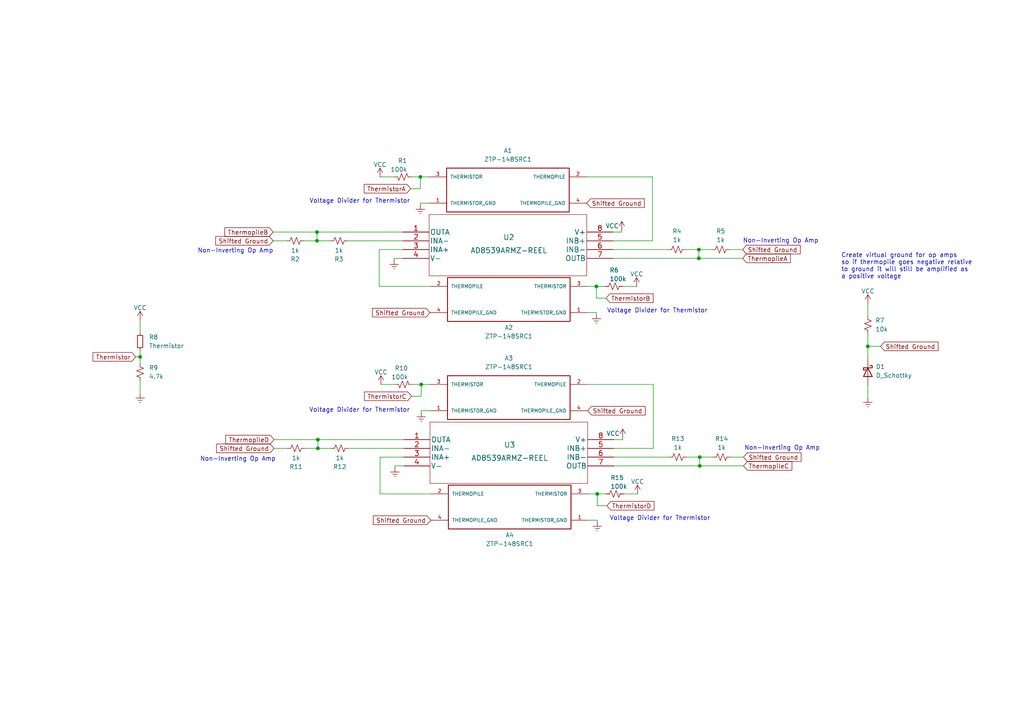
<source format=kicad_sch>
(kicad_sch (version 20211123) (generator eeschema)
  (paper "A4")
  (lib_symbols
    (symbol "Device:D_Schottky" (pin_numbers hide) (pin_names (offset 1.016) hide)
      (property "Reference" "D" (at 0 2.54 0))
      (property "Value" "D_Schottky" (at 0 -2.54 0))
      (symbol "D_Schottky_0_1"
        (polyline (pts (xy 1.27 0) (xy -1.27 0)))
        (polyline (pts (xy 1.27 1.27) (xy 1.27 -1.27) (xy -1.27 0) (xy 1.27 1.27)) (stroke (width 0.254)))
        (polyline (pts (xy -1.905 0.635) (xy -1.905 1.27) (xy -1.27 1.27) (xy -1.27 -1.27) (xy -0.635 -1.27) (xy -0.635 -0.635)) (stroke (width 0.254)))
      )
      (symbol "D_Schottky_1_1"
        (pin passive line (at -3.81 0 0) (length 2.54) (name "K") (number "1"))
        (pin passive line (at 3.81 0 180) (length 2.54) (name "A") (number "2"))
      )
    )
    (symbol "Device:R_Small" (pin_numbers hide) (pin_names (offset 0.254) hide)
      (property "Reference" "R" (at 0.762 0.508 0))
      (property "Value" "R_Small" (at 0.762 -1.016 0))
      (symbol "R_Small_0_1"
        (rectangle (start -0.762 1.778) (end 0.762 -1.778) (stroke (width 0.2032)))
      )
      (symbol "R_Small_1_1"
        (pin passive line (at 0 2.54 270) (length 0.762) (name "~") (number "1"))
        (pin passive line (at 0 -2.54 90) (length 0.762) (name "~") (number "2"))
      )
    )
    (symbol "Device:R_Small_US" (pin_numbers hide) (pin_names (offset 0.254) hide)
      (property "Reference" "R" (at 0.762 0.508 0))
      (property "Value" "R_Small_US" (at 0.762 -1.016 0))
      (symbol "R_Small_US_1_1"
        (polyline (pts (xy 0 0) (xy 1.016 -0.381) (xy 0 -0.762) (xy -1.016 -1.143) (xy 0 -1.524)))
        (polyline (pts (xy 0 1.524) (xy 1.016 1.143) (xy 0 0.762) (xy -1.016 0.381) (xy 0 0)))
        (pin passive line (at 0 2.54 270) (length 1.016) (name "~") (number "1"))
        (pin passive line (at 0 -2.54 90) (length 1.016) (name "~") (number "2"))
      )
    )
    (symbol "SFRLibraries:AD8539ARMZ-REEL" (pin_names (offset 0.254))
      (property "Reference" "U" (at 30.48 10.16 0))
      (property "Value" "AD8539ARMZ-REEL" (at 30.48 7.62 0))
      (symbol "AD8539ARMZ-REEL_1_1"
        (polyline (pts (xy 7.62 -12.7) (xy 53.34 -12.7)) (stroke (width 0.127)))
        (polyline (pts (xy 7.62 5.08) (xy 7.62 -12.7)) (stroke (width 0.127)))
        (polyline (pts (xy 53.34 -12.7) (xy 53.34 5.08)) (stroke (width 0.127)))
        (polyline (pts (xy 53.34 5.08) (xy 7.62 5.08)) (stroke (width 0.127)))
        (pin output line (at 0 0 0) (length 7.62) (name "OUTA") (number "1"))
        (pin input line (at 0 -2.54 0) (length 7.62) (name "INA-") (number "2"))
        (pin input line (at 0 -5.08 0) (length 7.62) (name "INA+") (number "3"))
        (pin power_in line (at 0 -7.62 0) (length 7.62) (name "V-") (number "4"))
        (pin input line (at 60.96 -2.54 180) (length 7.62) (name "INB+") (number "5"))
        (pin input line (at 60.96 -5.08 180) (length 7.62) (name "INB-") (number "6"))
        (pin output line (at 60.96 -7.62 180) (length 7.62) (name "OUTB") (number "7"))
        (pin power_in line (at 60.96 0 180) (length 7.62) (name "V+") (number "8"))
      )
    )
    (symbol "SFRLibraries:ZTP-148SRC1" (pin_names (offset 1.016))
      (property "Reference" "A" (at -17.78 6.35 0))
      (property "Value" "ZTP-148SRC1" (at -17.78 -10.16 0))
      (symbol "ZTP-148SRC1_0_0"
        (rectangle (start -17.78 -7.62) (end 17.78 5.08) (stroke (width 0.254)))
        (pin power_in line (at 22.86 -5.08 180) (length 5.08) (name "THERMISTOR_GND") (number "1"))
        (pin passive line (at -22.86 2.54 0) (length 5.08) (name "THERMOPILE") (number "2"))
        (pin passive line (at 22.86 2.54 180) (length 5.08) (name "THERMISTOR") (number "3"))
        (pin power_in line (at -22.86 -5.08 0) (length 5.08) (name "THERMOPILE_GND") (number "4"))
      )
    )
    (symbol "power:Earth" (power) (pin_names (offset 0))
      (symbol "Earth_0_1"
        (polyline (pts (xy -0.635 -1.905) (xy 0.635 -1.905)))
        (polyline (pts (xy -0.127 -2.54) (xy 0.127 -2.54)))
        (polyline (pts (xy 0 -1.27) (xy 0 0)))
        (polyline (pts (xy 1.27 -1.27) (xy -1.27 -1.27)))
      )
      (symbol "Earth_1_1"
        (pin power_in line (at 0 0 270) (length 0) hide (name "Earth") (number "1"))
      )
    )
    (symbol "power:VCC" (power) (pin_names (offset 0))
      (property "Value" "VCC" (at 0 3.81 0))
      (symbol "VCC_0_1"
        (polyline (pts (xy -0.762 1.27) (xy 0 2.54)))
        (polyline (pts (xy 0 0) (xy 0 2.54)))
        (polyline (pts (xy 0 2.54) (xy 0.762 1.27)))
      )
      (symbol "VCC_1_1"
        (pin power_in line (at 0 0 90) (length 0) hide (name "VCC") (number "1"))
      )
    )
  )
  (junction (at 92.202 130.048))
  (junction (at 202.946 135.128))
  (junction (at 251.714 100.457))
  (junction (at 91.948 67.31))
  (junction (at 202.692 74.93))
  (junction (at 172.974 83.058))
  (junction (at 202.692 72.39))
  (junction (at 91.948 69.85))
  (junction (at 202.946 132.588))
  (junction (at 122.174 111.506))
  (junction (at 173.228 143.256))
  (junction (at 40.64 103.505))
  (junction (at 121.92 51.308))
  (junction (at 92.202 127.508))
  (wire (pts (xy 202.946 132.588) (xy 202.946 135.128)))
  (wire (pts (xy 177.8 72.39) (xy 193.802 72.39)))
  (wire (pts (xy 180.34 66.802) (xy 180.34 67.31)))
  (wire (pts (xy 180.594 127.508) (xy 178.054 127.508)))
  (wire (pts (xy 124.46 51.308) (xy 121.92 51.308)))
  (wire (pts (xy 255.397 100.457) (xy 251.714 100.457)))
  (wire (pts (xy 173.228 143.256) (xy 175.768 143.256)))
  (wire (pts (xy 170.688 143.256) (xy 173.228 143.256)))
  (wire (pts (xy 172.974 86.487) (xy 172.974 83.058)))
  (wire (pts (xy 114.554 135.128) (xy 114.554 135.636)))
  (wire (pts (xy 114.3 74.93) (xy 114.3 75.438)))
  (wire (pts (xy 91.948 67.31) (xy 116.84 67.31)))
  (wire (pts (xy 92.202 127.508) (xy 117.094 127.508)))
  (wire (pts (xy 109.982 83.058) (xy 124.714 83.058)))
  (wire (pts (xy 96.012 130.048) (xy 92.202 130.048)))
  (wire (pts (xy 83.312 130.048) (xy 79.502 130.048)))
  (wire (pts (xy 117.094 130.048) (xy 101.092 130.048)))
  (wire (pts (xy 180.34 67.31) (xy 177.8 67.31)))
  (wire (pts (xy 170.434 83.058) (xy 172.974 83.058)))
  (wire (pts (xy 40.64 101.6) (xy 40.64 103.505)))
  (wire (pts (xy 117.094 135.128) (xy 114.554 135.128)))
  (wire (pts (xy 119.126 54.737) (xy 121.92 54.737)))
  (wire (pts (xy 202.692 72.39) (xy 202.692 74.93)))
  (wire (pts (xy 170.434 111.506) (xy 189.484 111.506)))
  (wire (pts (xy 92.202 130.048) (xy 88.392 130.048)))
  (wire (pts (xy 39.37 103.505) (xy 40.64 103.505)))
  (wire (pts (xy 178.054 132.588) (xy 194.056 132.588)))
  (wire (pts (xy 172.974 83.058) (xy 175.514 83.058)))
  (wire (pts (xy 122.174 114.935) (xy 122.174 111.506)))
  (wire (pts (xy 189.23 51.308) (xy 189.23 69.85)))
  (wire (pts (xy 116.84 74.93) (xy 114.3 74.93)))
  (wire (pts (xy 109.982 72.39) (xy 109.982 83.058)))
  (wire (pts (xy 122.174 111.506) (xy 119.634 111.506)))
  (wire (pts (xy 114.554 111.506) (xy 110.49 111.506)))
  (wire (pts (xy 251.714 100.457) (xy 251.714 104.14)))
  (wire (pts (xy 95.758 69.85) (xy 91.948 69.85)))
  (wire (pts (xy 40.64 92.837) (xy 40.64 96.52)))
  (wire (pts (xy 172.974 90.678) (xy 170.434 90.678)))
  (wire (pts (xy 251.714 111.76) (xy 251.714 115.443)))
  (wire (pts (xy 124.714 111.506) (xy 122.174 111.506)))
  (wire (pts (xy 251.714 88.011) (xy 251.714 91.694)))
  (wire (pts (xy 198.882 72.39) (xy 202.692 72.39)))
  (wire (pts (xy 189.484 111.506) (xy 189.484 130.048)))
  (wire (pts (xy 202.692 74.93) (xy 215.392 74.93)))
  (wire (pts (xy 251.714 96.774) (xy 251.714 100.457)))
  (wire (pts (xy 114.3 51.308) (xy 110.236 51.308)))
  (wire (pts (xy 121.92 54.737) (xy 121.92 51.308)))
  (wire (pts (xy 121.92 58.928) (xy 121.92 59.436)))
  (wire (pts (xy 122.174 119.126) (xy 122.174 119.634)))
  (wire (pts (xy 116.84 69.85) (xy 100.838 69.85)))
  (wire (pts (xy 199.136 132.588) (xy 202.946 132.588)))
  (wire (pts (xy 83.058 69.85) (xy 79.248 69.85)))
  (wire (pts (xy 180.594 127) (xy 180.594 127.508)))
  (wire (pts (xy 117.094 132.588) (xy 110.236 132.588)))
  (wire (pts (xy 178.054 130.048) (xy 189.484 130.048)))
  (wire (pts (xy 124.46 58.928) (xy 121.92 58.928)))
  (wire (pts (xy 211.836 132.588) (xy 215.646 132.588)))
  (wire (pts (xy 170.18 51.308) (xy 189.23 51.308)))
  (wire (pts (xy 79.502 127.508) (xy 92.202 127.508)))
  (wire (pts (xy 91.948 69.85) (xy 88.138 69.85)))
  (wire (pts (xy 202.946 132.588) (xy 206.756 132.588)))
  (wire (pts (xy 124.714 119.126) (xy 122.174 119.126)))
  (wire (pts (xy 176.022 146.685) (xy 173.228 146.685)))
  (wire (pts (xy 40.64 103.505) (xy 40.64 105.41)))
  (wire (pts (xy 40.64 110.49) (xy 40.64 114.173)))
  (wire (pts (xy 119.38 114.935) (xy 122.174 114.935)))
  (wire (pts (xy 121.92 51.308) (xy 119.38 51.308)))
  (wire (pts (xy 173.228 150.876) (xy 170.688 150.876)))
  (wire (pts (xy 202.692 72.39) (xy 206.502 72.39)))
  (wire (pts (xy 180.594 83.058) (xy 184.658 83.058)))
  (wire (pts (xy 202.946 135.128) (xy 215.646 135.128)))
  (wire (pts (xy 79.248 67.31) (xy 91.948 67.31)))
  (wire (pts (xy 178.054 135.128) (xy 202.946 135.128)))
  (wire (pts (xy 177.8 74.93) (xy 202.692 74.93)))
  (wire (pts (xy 211.582 72.39) (xy 215.392 72.39)))
  (wire (pts (xy 175.768 86.487) (xy 172.974 86.487)))
  (wire (pts (xy 173.228 146.685) (xy 173.228 143.256)))
  (wire (pts (xy 91.948 67.31) (xy 91.948 69.85)))
  (wire (pts (xy 110.236 132.588) (xy 110.236 143.256)))
  (wire (pts (xy 180.848 143.256) (xy 184.912 143.256)))
  (wire (pts (xy 110.236 143.256) (xy 124.968 143.256)))
  (wire (pts (xy 172.974 90.678) (xy 172.974 91.186)))
  (wire (pts (xy 173.228 150.876) (xy 173.228 151.384)))
  (wire (pts (xy 92.202 127.508) (xy 92.202 130.048)))
  (wire (pts (xy 177.8 69.85) (xy 189.23 69.85)))
  (wire (pts (xy 116.84 72.39) (xy 109.982 72.39)))
  (text "Non-Inverting Op Amp" (at 215.8492 130.7592 0) (effects (font (size 1.27 1.27)) (justify left bottom)))
  (text "Voltage Divider for Thermistor\n" (at 89.662 119.761 0) (effects (font (size 1.27 1.27)) (justify left bottom)))
  (text "Voltage Divider for Thermistor\n" (at 176.022 90.932 0) (effects (font (size 1.27 1.27)) (justify left bottom)))
  (text "Non-Inverting Op Amp" (at 215.4428 70.6628 0) (effects (font (size 1.27 1.27)) (justify left bottom)))
  (text "Create virtual ground for op amps\nso if thermopile goes negative relative\nto ground it will still be amplified as\na positive voltage" (at 243.967 81.026 0) (effects (font (size 1.27 1.27)) (justify left bottom)))
  (text "Voltage Divider for Thermistor\n" (at 176.784 151.13 0) (effects (font (size 1.27 1.27)) (justify left bottom)))
  (text "Voltage Divider for Thermistor\n" (at 89.7128 59.1312 0) (effects (font (size 1.27 1.27)) (justify left bottom)))
  (text "Non-Inverting Op Amp" (at 57.3024 73.5584 0) (effects (font (size 1.27 1.27)) (justify left bottom)))
  (text "Non-Inverting Op Amp" (at 58.0136 133.9596 0) (effects (font (size 1.27 1.27)) (justify left bottom)))
  (global_label "Shifted Ground" (shape input) (at 124.968 150.876 180) (property "Intersheet References" "${INTERSHEET_REFS}" (effects hide)))
  (global_label "Shifted Ground" (shape input) (at 124.714 90.678 180) (property "Intersheet References" "${INTERSHEET_REFS}" (effects hide)))
  (global_label "Shifted Ground" (shape input) (at 215.646 132.588 0) (property "Intersheet References" "${INTERSHEET_REFS}" (effects hide)))
  (global_label "Thermistor" (shape input) (at 39.37 103.505 180) (property "Intersheet References" "${INTERSHEET_REFS}" (effects hide)))
  (global_label "ThermistorB" (shape input) (at 175.768 86.487 0) (property "Intersheet References" "${INTERSHEET_REFS}" (effects hide)))
  (global_label "Shifted Ground" (shape input) (at 170.434 119.126 0) (property "Intersheet References" "${INTERSHEET_REFS}" (effects hide)))
  (global_label "Shifted Ground" (shape input) (at 79.248 69.85 180) (property "Intersheet References" "${INTERSHEET_REFS}" (effects hide)))
  (global_label "ThermopileC" (shape input) (at 215.646 135.128 0) (property "Intersheet References" "${INTERSHEET_REFS}" (effects hide)))
  (global_label "Shifted Ground" (shape input) (at 255.397 100.457 0) (property "Intersheet References" "${INTERSHEET_REFS}" (effects hide)))
  (global_label "ThermopileB" (shape input) (at 79.248 67.31 180) (property "Intersheet References" "${INTERSHEET_REFS}" (effects hide)))
  (global_label "Shifted Ground" (shape input) (at 170.18 58.928 0) (property "Intersheet References" "${INTERSHEET_REFS}" (effects hide)))
  (global_label "ThermistorD" (shape input) (at 176.022 146.685 0) (property "Intersheet References" "${INTERSHEET_REFS}" (effects hide)))
  (global_label "Shifted Ground" (shape input) (at 79.502 130.048 180) (property "Intersheet References" "${INTERSHEET_REFS}" (effects hide)))
  (global_label "ThermopileA" (shape input) (at 215.392 74.93 0) (property "Intersheet References" "${INTERSHEET_REFS}" (effects hide)))
  (global_label "ThermopileD" (shape input) (at 79.502 127.508 180) (property "Intersheet References" "${INTERSHEET_REFS}" (effects hide)))
  (global_label "ThermistorA" (shape input) (at 119.126 54.737 180) (property "Intersheet References" "${INTERSHEET_REFS}" (effects hide)))
  (global_label "Shifted Ground" (shape input) (at 215.392 72.39 0) (property "Intersheet References" "${INTERSHEET_REFS}" (effects hide)))
  (global_label "ThermistorC" (shape input) (at 119.38 114.935 180) (property "Intersheet References" "${INTERSHEET_REFS}" (effects hide)))
  (symbol (lib_id "power:Earth") (at 172.974 91.186 0) (unit 1)
    (property "Reference" "#PWR011" (effects hide))
    (property "Value" "Earth" (effects hide))
  )
  (symbol (lib_id "Device:R_Small_US") (at 40.64 107.95 0) (unit 1)
    (property "Reference" "R9" (at 43.18 106.6799 0) (effects (justify left)))
    (property "Value" "4.7k" (at 43.18 109.2199 0) (effects (justify left)))
    (property "Footprint" "Resistor_SMD:R_0603_1608Metric_Pad0.98x0.95mm_HandSolder" (effects hide))
  )
  (symbol (lib_id "SFRLibraries:ZTP-148SRC1") (at 147.828 145.796 0) (unit 1)
    (property "Reference" "A4" (at 147.828 155.194 0))
    (property "Value" "ZTP-148SRC1" (at 147.828 157.734 0))
    (property "Footprint" "SFRFootprints:Thermopile" (effects hide))
    (property "MANUFACTURER" "Amphenol" (effects hide))
    (property "MAXIMUM_PACKAGE_HEIGHT" "3.38 mm" (effects hide))
    (property "STANDARD" "IPC 7351B" (effects hide))
    (property "PARTREV" "07/2020" (effects hide))
  )
  (symbol (lib_id "power:Earth") (at 114.3 75.438 0) (unit 1)
    (property "Reference" "#PWR08" (effects hide))
    (property "Value" "Earth" (effects hide))
  )
  (symbol (lib_id "power:Earth") (at 251.714 115.443 0) (unit 1)
    (property "Reference" "#PWR015" (effects hide))
    (property "Value" "Earth" (effects hide))
  )
  (symbol (lib_id "Device:R_Small_US") (at 116.84 51.308 90) (mirror x) (unit 1)
    (property "Reference" "R1" (at 118.11 46.609 90) (effects (justify left)))
    (property "Value" "100k" (at 118.11 49.149 90) (effects (justify left)))
    (property "Footprint" "Resistor_SMD:R_0603_1608Metric_Pad0.98x0.95mm_HandSolder" (effects hide))
  )
  (symbol (lib_id "SFRLibraries:AD8539ARMZ-REEL") (at 116.84 67.31 0) (unit 1)
    (property "Reference" "U2" (at 147.574 68.834 0) (effects (font (size 1.524 1.524))))
    (property "Value" "AD8539ARMZ-REEL" (at 147.574 72.644 0) (effects (font (size 1.524 1.524))))
    (property "Footprint" "SFRFootprints:AD8539ARMZ-REEL" (effects hide))
  )
  (symbol (lib_id "Device:R_Small_US") (at 117.094 111.506 90) (mirror x) (unit 1)
    (property "Reference" "R10" (at 118.364 106.807 90) (effects (justify left)))
    (property "Value" "100k" (at 118.364 109.347 90) (effects (justify left)))
    (property "Footprint" "Resistor_SMD:R_0603_1608Metric_Pad0.98x0.95mm_HandSolder" (effects hide))
  )
  (symbol (lib_id "Device:R_Small_US") (at 85.598 69.85 270) (unit 1)
    (property "Reference" "R2" (at 85.598 75.184 90))
    (property "Value" "1k" (at 85.598 72.644 90))
    (property "Footprint" "Resistor_SMD:R_0603_1608Metric_Pad0.98x0.95mm_HandSolder" (effects hide))
  )
  (symbol (lib_id "Device:R_Small_US") (at 196.596 132.588 90) (unit 1)
    (property "Reference" "R13" (at 196.596 127.254 90))
    (property "Value" "1k" (at 196.596 129.794 90))
    (property "Footprint" "Resistor_SMD:R_0603_1608Metric_Pad0.98x0.95mm_HandSolder" (effects hide))
  )
  (symbol (lib_id "SFRLibraries:AD8539ARMZ-REEL") (at 117.094 127.508 0) (unit 1)
    (property "Reference" "U3" (at 147.828 129.032 0) (effects (font (size 1.524 1.524))))
    (property "Value" "AD8539ARMZ-REEL" (at 147.828 132.842 0) (effects (font (size 1.524 1.524))))
    (property "Footprint" "SFRFootprints:AD8539ARMZ-REEL" (effects hide))
  )
  (symbol (lib_id "Device:R_Small_US") (at 196.342 72.39 90) (unit 1)
    (property "Reference" "R4" (at 196.342 67.056 90))
    (property "Value" "1k" (at 196.342 69.596 90))
    (property "Footprint" "Resistor_SMD:R_0603_1608Metric_Pad0.98x0.95mm_HandSolder" (effects hide))
  )
  (symbol (lib_id "power:VCC") (at 40.64 92.837 0) (unit 1)
    (property "Reference" "#PWR012" (effects hide))
    (property "Value" "VCC" (at 40.64 89.281 0))
  )
  (symbol (lib_id "Device:R_Small_US") (at 209.042 72.39 90) (unit 1)
    (property "Reference" "R5" (at 209.042 67.056 90))
    (property "Value" "1k" (at 209.042 69.596 90))
    (property "Footprint" "Resistor_SMD:R_0603_1608Metric_Pad0.98x0.95mm_HandSolder" (effects hide))
  )
  (symbol (lib_id "Device:R_Small_US") (at 85.852 130.048 270) (unit 1)
    (property "Reference" "R11" (at 85.852 135.382 90))
    (property "Value" "1k" (at 85.852 132.842 90))
    (property "Footprint" "Resistor_SMD:R_0603_1608Metric_Pad0.98x0.95mm_HandSolder" (effects hide))
  )
  (symbol (lib_id "power:Earth") (at 122.174 119.634 0) (unit 1)
    (property "Reference" "#PWR016" (effects hide))
    (property "Value" "Earth" (effects hide))
  )
  (symbol (lib_id "power:Earth") (at 40.64 114.173 0) (unit 1)
    (property "Reference" "#PWR014" (effects hide))
    (property "Value" "Earth" (effects hide))
  )
  (symbol (lib_id "power:VCC") (at 251.714 88.011 0) (unit 1)
    (property "Reference" "#PWR010" (effects hide))
    (property "Value" "VCC" (at 251.714 84.455 0))
  )
  (symbol (lib_id "power:Earth") (at 121.92 59.436 0) (unit 1)
    (property "Reference" "#PWR06" (effects hide))
    (property "Value" "Earth" (effects hide))
  )
  (symbol (lib_id "power:VCC") (at 110.236 51.308 0) (mirror y) (unit 1)
    (property "Reference" "#PWR05" (effects hide))
    (property "Value" "VCC" (at 110.236 47.752 0))
  )
  (symbol (lib_id "power:VCC") (at 180.594 127 0) (unit 1)
    (property "Reference" "#PWR017" (effects hide))
    (property "Value" "VCC" (at 177.8 125.73 0))
  )
  (symbol (lib_id "power:VCC") (at 184.658 83.058 0) (unit 1)
    (property "Reference" "#PWR09" (effects hide))
    (property "Value" "VCC" (at 184.658 79.502 0))
  )
  (symbol (lib_id "Device:R_Small_US") (at 251.714 94.234 0) (unit 1)
    (property "Reference" "R7" (at 253.873 92.9639 0) (effects (justify left)))
    (property "Value" "10k" (at 253.873 95.5039 0) (effects (justify left)))
    (property "Footprint" "Resistor_SMD:R_0603_1608Metric_Pad0.98x0.95mm_HandSolder" (effects hide))
  )
  (symbol (lib_id "power:VCC") (at 110.49 111.506 0) (mirror y) (unit 1)
    (property "Reference" "#PWR013" (effects hide))
    (property "Value" "VCC" (at 110.49 107.95 0))
  )
  (symbol (lib_id "Device:R_Small_US") (at 178.308 143.256 270) (unit 1)
    (property "Reference" "R15" (at 177.038 138.557 90) (effects (justify left)))
    (property "Value" "100k" (at 177.038 141.097 90) (effects (justify left)))
    (property "Footprint" "Resistor_SMD:R_0603_1608Metric_Pad0.98x0.95mm_HandSolder" (effects hide))
  )
  (symbol (lib_id "power:Earth") (at 114.554 135.636 0) (unit 1)
    (property "Reference" "#PWR018" (effects hide))
    (property "Value" "Earth" (effects hide))
  )
  (symbol (lib_id "power:Earth") (at 173.228 151.384 0) (unit 1)
    (property "Reference" "#PWR020" (effects hide))
    (property "Value" "Earth" (effects hide))
  )
  (symbol (lib_id "power:VCC") (at 184.912 143.256 0) (unit 1)
    (property "Reference" "#PWR019" (effects hide))
    (property "Value" "VCC" (at 184.912 139.7 0))
  )
  (symbol (lib_id "SFRLibraries:ZTP-148SRC1") (at 147.574 114.046 0) (mirror y) (unit 1)
    (property "Reference" "A3" (at 147.574 103.886 0))
    (property "Value" "ZTP-148SRC1" (at 147.574 106.426 0))
    (property "Footprint" "SFRFootprints:Thermopile" (effects hide))
    (property "MANUFACTURER" "Amphenol" (effects hide))
    (property "MAXIMUM_PACKAGE_HEIGHT" "3.38 mm" (effects hide))
    (property "STANDARD" "IPC 7351B" (effects hide))
    (property "PARTREV" "07/2020" (effects hide))
  )
  (symbol (lib_id "Device:R_Small") (at 40.64 99.06 0) (unit 1)
    (property "Reference" "R8" (at 43.18 97.7899 0) (effects (justify left)))
    (property "Value" "Thermistor" (at 43.18 100.3299 0) (effects (justify left)))
    (property "Footprint" "Resistor_SMD:R_1206_3216Metric_Pad1.30x1.75mm_HandSolder" (effects hide))
  )
  (symbol (lib_id "Device:R_Small_US") (at 98.552 130.048 270) (unit 1)
    (property "Reference" "R12" (at 98.552 135.382 90))
    (property "Value" "1k" (at 98.552 132.842 90))
    (property "Footprint" "Resistor_SMD:R_0603_1608Metric_Pad0.98x0.95mm_HandSolder" (effects hide))
  )
  (symbol (lib_id "Device:R_Small_US") (at 209.296 132.588 90) (unit 1)
    (property "Reference" "R14" (at 209.296 127.254 90))
    (property "Value" "1k" (at 209.296 129.794 90))
    (property "Footprint" "Resistor_SMD:R_0603_1608Metric_Pad0.98x0.95mm_HandSolder" (effects hide))
  )
  (symbol (lib_id "power:VCC") (at 180.34 66.802 0) (unit 1)
    (property "Reference" "#PWR07" (effects hide))
    (property "Value" "VCC" (at 177.546 65.532 0))
  )
  (symbol (lib_id "SFRLibraries:ZTP-148SRC1") (at 147.32 53.848 0) (mirror y) (unit 1)
    (property "Reference" "A1" (at 147.32 43.688 0))
    (property "Value" "ZTP-148SRC1" (at 147.32 46.228 0))
    (property "Footprint" "SFRFootprints:Thermopile" (effects hide))
    (property "MANUFACTURER" "Amphenol" (effects hide))
    (property "MAXIMUM_PACKAGE_HEIGHT" "3.38 mm" (effects hide))
    (property "STANDARD" "IPC 7351B" (effects hide))
    (property "PARTREV" "07/2020" (effects hide))
  )
  (symbol (lib_id "Device:R_Small_US") (at 98.298 69.85 270) (unit 1)
    (property "Reference" "R3" (at 98.298 75.184 90))
    (property "Value" "1k" (at 98.298 72.644 90))
    (property "Footprint" "Resistor_SMD:R_0603_1608Metric_Pad0.98x0.95mm_HandSolder" (effects hide))
  )
  (symbol (lib_id "SFRLibraries:ZTP-148SRC1") (at 147.574 85.598 0) (unit 1)
    (property "Reference" "A2" (at 147.574 94.996 0))
    (property "Value" "ZTP-148SRC1" (at 147.574 97.536 0))
    (property "Footprint" "SFRFootprints:Thermopile" (effects hide))
    (property "MANUFACTURER" "Amphenol" (effects hide))
    (property "MAXIMUM_PACKAGE_HEIGHT" "3.38 mm" (effects hide))
    (property "STANDARD" "IPC 7351B" (effects hide))
    (property "PARTREV" "07/2020" (effects hide))
  )
  (symbol (lib_id "Device:R_Small_US") (at 178.054 83.058 270) (unit 1)
    (property "Reference" "R6" (at 176.784 78.359 90) (effects (justify left)))
    (property "Value" "100k" (at 176.784 80.899 90) (effects (justify left)))
    (property "Footprint" "Resistor_SMD:R_0603_1608Metric_Pad0.98x0.95mm_HandSolder" (effects hide))
  )
  (symbol (lib_id "Device:D_Schottky") (at 251.714 107.95 270) (unit 1)
    (property "Reference" "D1" (at 254 106.3624 90) (effects (justify left)))
    (property "Value" "D_Schottky" (at 254 108.9024 90) (effects (justify left)))
    (property "Footprint" "Diode_SMD:D_SOD-323" (effects hide))
  )
)
</source>
